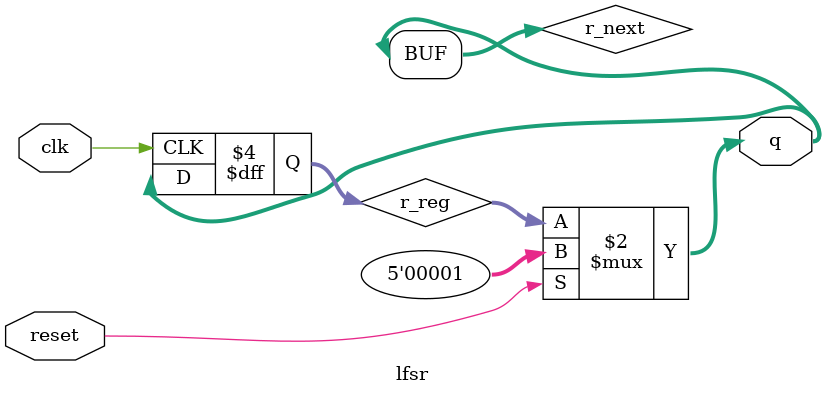
<source format=v>
module lfsr( 
    input clk,
    input reset,
    output [4:0] q
); 
reg [4:0] r_reg;
wire [4:0] r_next;
wire feedback_value;
// on reset set the value of r_reg to 1
// otherwise assign r_next to r_reg
// assign the xor of bit positions 2 and 4 of r_reg to feedback_value
// assign feedback value concatenated with 4 MSBs of r_reg to r_next
// assign r_reg to the output q
assign feedback_value = r_reg[2] ^ r_reg[4];
assign r_next = (reset) ? 5'b1 : r_reg;
assign q = r_next;
// register implementation of lfsr
always @(posedge clk)
begin
	r_reg <= r_next;
end
endmodule

</source>
